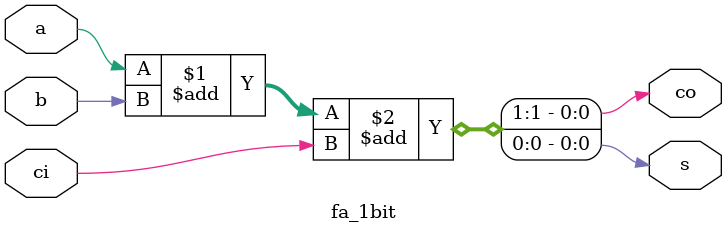
<source format=v>
module fa_1bit(a, b, ci, s, co);
	input a, b, ci;
	output s, co;
	
	assign {co, s} = a+b+ci;

endmodule
</source>
